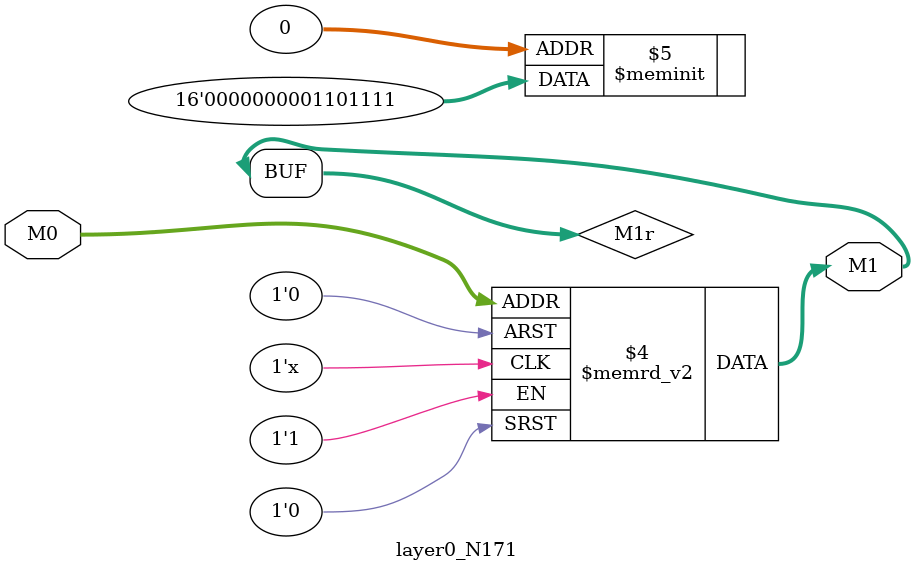
<source format=v>
module layer0_N171 ( input [2:0] M0, output [1:0] M1 );

	(*rom_style = "distributed" *) reg [1:0] M1r;
	assign M1 = M1r;
	always @ (M0) begin
		case (M0)
			3'b000: M1r = 2'b11;
			3'b100: M1r = 2'b00;
			3'b010: M1r = 2'b10;
			3'b110: M1r = 2'b00;
			3'b001: M1r = 2'b11;
			3'b101: M1r = 2'b00;
			3'b011: M1r = 2'b01;
			3'b111: M1r = 2'b00;

		endcase
	end
endmodule

</source>
